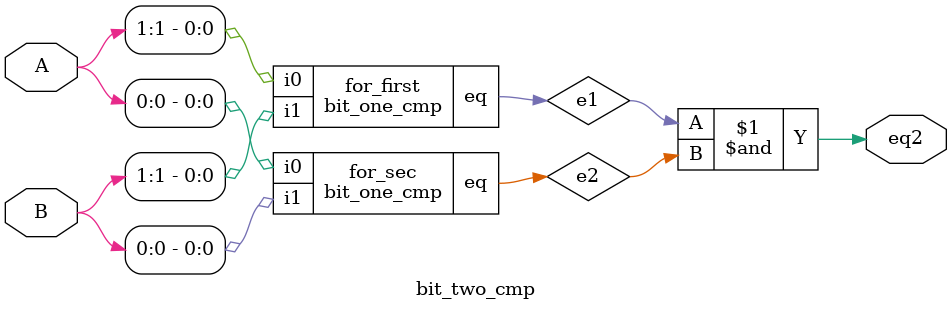
<source format=v>
`timescale 1ns / 1ps
module bit_one_cmp(
	input wire i0,i1,
	output wire eq
	);
	wire p1,p2;
	assign eq = p1 | p2;
	assign p1=i0 & i1;
	assign p2= ~i0 & ~i1;
endmodule


module bit_two_cmp(
	input [1:0] A,B,
	output wire eq2
	);
	wire e1,e2;
	bit_one_cmp for_first(.i0(A[1]),.i1(B[1]),.eq(e1));
	bit_one_cmp for_sec(.i0(A[0]),.i1(B[0]),.eq(e2));
	assign eq2 = e1 & e2;

endmodule

</source>
